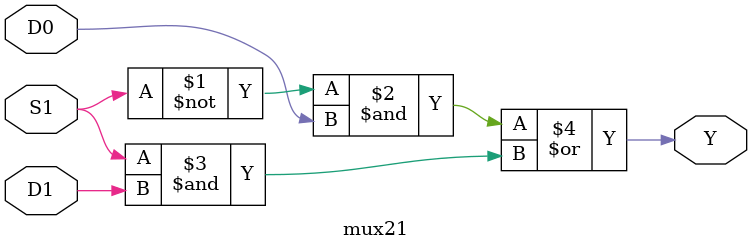
<source format=v>
/*                    *
 *       mux21.v      *
 * 2-1 マルチプレクサ *
 * (2-1 セレクタ回路) *
 *                    */

module mux21(S1, D0, D1, Y);
  input S1, D0, D1;  // 入力 S1, D0, D1
  output Y;
  
  // Y = ((not S1) and D0) or (S1 and D1)
  assign Y = (~S1 & D0) | (S1 & D1);  // 出力ポートYへの代入(assign)
endmodule

</source>
